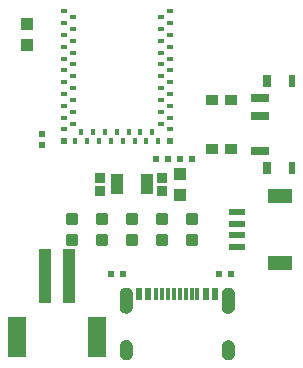
<source format=gtp>
G75*
%MOIN*%
%OFA0B0*%
%FSLAX25Y25*%
%IPPOS*%
%LPD*%
%AMOC8*
5,1,8,0,0,1.08239X$1,22.5*
%
%ADD10C,0.01181*%
%ADD11R,0.03937X0.07087*%
%ADD12R,0.03543X0.03346*%
%ADD13R,0.02362X0.01575*%
%ADD14R,0.02362X0.02362*%
%ADD15R,0.01575X0.02362*%
%ADD16R,0.03937X0.04331*%
%ADD17R,0.03937X0.03543*%
%ADD18R,0.07874X0.04724*%
%ADD19R,0.05315X0.02362*%
%ADD20R,0.03937X0.18110*%
%ADD21R,0.06299X0.13386*%
%ADD22R,0.05906X0.02756*%
%ADD23R,0.02362X0.03937*%
%ADD24R,0.03150X0.03937*%
%ADD25R,0.01181X0.03937*%
%ADD26C,0.00039*%
D10*
X0195210Y0115169D02*
X0197966Y0115169D01*
X0195210Y0115169D02*
X0195210Y0117925D01*
X0197966Y0117925D01*
X0197966Y0115169D01*
X0197966Y0116291D02*
X0195210Y0116291D01*
X0195210Y0117413D02*
X0197966Y0117413D01*
X0205210Y0115169D02*
X0207966Y0115169D01*
X0205210Y0115169D02*
X0205210Y0117925D01*
X0207966Y0117925D01*
X0207966Y0115169D01*
X0207966Y0116291D02*
X0205210Y0116291D01*
X0205210Y0117413D02*
X0207966Y0117413D01*
X0215210Y0115169D02*
X0217966Y0115169D01*
X0215210Y0115169D02*
X0215210Y0117925D01*
X0217966Y0117925D01*
X0217966Y0115169D01*
X0217966Y0116291D02*
X0215210Y0116291D01*
X0215210Y0117413D02*
X0217966Y0117413D01*
X0225210Y0117925D02*
X0227966Y0117925D01*
X0227966Y0115169D01*
X0225210Y0115169D01*
X0225210Y0117925D01*
X0225210Y0116291D02*
X0227966Y0116291D01*
X0227966Y0117413D02*
X0225210Y0117413D01*
X0225210Y0124831D02*
X0227966Y0124831D01*
X0227966Y0122075D01*
X0225210Y0122075D01*
X0225210Y0124831D01*
X0225210Y0123197D02*
X0227966Y0123197D01*
X0227966Y0124319D02*
X0225210Y0124319D01*
X0217966Y0122075D02*
X0215210Y0122075D01*
X0215210Y0124831D01*
X0217966Y0124831D01*
X0217966Y0122075D01*
X0217966Y0123197D02*
X0215210Y0123197D01*
X0215210Y0124319D02*
X0217966Y0124319D01*
X0207966Y0122075D02*
X0205210Y0122075D01*
X0205210Y0124831D01*
X0207966Y0124831D01*
X0207966Y0122075D01*
X0207966Y0123197D02*
X0205210Y0123197D01*
X0205210Y0124319D02*
X0207966Y0124319D01*
X0197966Y0122075D02*
X0195210Y0122075D01*
X0195210Y0124831D01*
X0197966Y0124831D01*
X0197966Y0122075D01*
X0197966Y0123197D02*
X0195210Y0123197D01*
X0195210Y0124319D02*
X0197966Y0124319D01*
X0235210Y0124831D02*
X0237966Y0124831D01*
X0237966Y0122075D01*
X0235210Y0122075D01*
X0235210Y0124831D01*
X0235210Y0123197D02*
X0237966Y0123197D01*
X0237966Y0124319D02*
X0235210Y0124319D01*
X0235210Y0117925D02*
X0237966Y0117925D01*
X0237966Y0115169D01*
X0235210Y0115169D01*
X0235210Y0117925D01*
X0235210Y0116291D02*
X0237966Y0116291D01*
X0237966Y0117413D02*
X0235210Y0117413D01*
D11*
X0221510Y0135000D03*
X0211667Y0135000D03*
D12*
X0206088Y0132717D03*
X0206088Y0137283D03*
X0226588Y0137283D03*
X0226588Y0132717D03*
D13*
X0229305Y0153346D03*
X0226155Y0155315D03*
X0229305Y0157283D03*
X0226155Y0159252D03*
X0229305Y0161220D03*
X0226155Y0163189D03*
X0229305Y0165157D03*
X0226155Y0167126D03*
X0229305Y0169094D03*
X0226155Y0171063D03*
X0229305Y0173031D03*
X0226155Y0175000D03*
X0229305Y0176969D03*
X0226155Y0178937D03*
X0229305Y0180906D03*
X0226155Y0182874D03*
X0229305Y0184843D03*
X0226155Y0186811D03*
X0229305Y0188780D03*
X0226155Y0190748D03*
X0229305Y0192717D03*
X0197021Y0190748D03*
X0193872Y0188780D03*
X0197021Y0186811D03*
X0193872Y0184843D03*
X0197021Y0182874D03*
X0193872Y0180906D03*
X0197021Y0178937D03*
X0193872Y0176969D03*
X0197021Y0175000D03*
X0193872Y0173031D03*
X0197021Y0171063D03*
X0193872Y0169094D03*
X0197021Y0167126D03*
X0193872Y0165157D03*
X0197021Y0163189D03*
X0193872Y0161220D03*
X0197021Y0159252D03*
X0193872Y0157283D03*
X0197021Y0155315D03*
X0193872Y0153346D03*
X0193872Y0192717D03*
D14*
X0186588Y0151969D03*
X0186588Y0148031D03*
X0193872Y0149409D03*
X0224620Y0143500D03*
X0228557Y0143500D03*
X0232620Y0143500D03*
X0236557Y0143500D03*
X0229305Y0149409D03*
X0213557Y0105000D03*
X0209620Y0105000D03*
X0245620Y0105000D03*
X0249557Y0105000D03*
D15*
X0225368Y0149409D03*
X0223399Y0152559D03*
X0221431Y0149409D03*
X0219462Y0152559D03*
X0217494Y0149409D03*
X0215525Y0152559D03*
X0213557Y0149409D03*
X0211588Y0152559D03*
X0209620Y0149409D03*
X0207651Y0152559D03*
X0205683Y0149409D03*
X0203714Y0152559D03*
X0201746Y0149409D03*
X0199777Y0152559D03*
X0197809Y0149409D03*
D16*
X0232588Y0138346D03*
X0232588Y0131654D03*
X0181588Y0181654D03*
X0181588Y0188346D03*
D17*
X0243439Y0163071D03*
X0249738Y0163071D03*
X0249738Y0146929D03*
X0243439Y0146929D03*
D18*
X0266057Y0131024D03*
X0266057Y0108976D03*
D19*
X0251588Y0114094D03*
X0251588Y0118031D03*
X0251588Y0121969D03*
X0251588Y0125906D03*
D20*
X0195525Y0104567D03*
X0187651Y0104567D03*
D21*
X0178203Y0084094D03*
X0204974Y0084094D03*
D22*
X0259199Y0146142D03*
X0259199Y0157953D03*
X0259199Y0163858D03*
D23*
X0270025Y0169370D03*
X0270025Y0140630D03*
X0244285Y0098661D03*
X0241234Y0098661D03*
X0221943Y0098661D03*
X0218892Y0098661D03*
D24*
X0261758Y0140630D03*
X0261758Y0169370D03*
D25*
X0238478Y0098661D03*
X0236510Y0098661D03*
X0234541Y0098661D03*
X0232573Y0098661D03*
X0230604Y0098661D03*
X0228636Y0098661D03*
X0226667Y0098661D03*
X0224699Y0098661D03*
D26*
X0216549Y0098676D02*
X0212612Y0098676D01*
X0212612Y0098714D02*
X0216549Y0098714D01*
X0216549Y0098740D02*
X0216549Y0094016D01*
X0216458Y0093600D01*
X0216276Y0093215D01*
X0216014Y0092880D01*
X0215684Y0092612D01*
X0215302Y0092425D01*
X0214888Y0092326D01*
X0214462Y0092323D01*
X0214066Y0092350D01*
X0213686Y0092464D01*
X0213341Y0092660D01*
X0213048Y0092928D01*
X0212822Y0093255D01*
X0212674Y0093623D01*
X0212612Y0094016D01*
X0212612Y0098740D01*
X0212658Y0099152D01*
X0212795Y0099543D01*
X0213016Y0099894D01*
X0213309Y0100187D01*
X0213660Y0100407D01*
X0214051Y0100544D01*
X0214462Y0100591D01*
X0214903Y0100567D01*
X0215328Y0100447D01*
X0215716Y0100235D01*
X0216046Y0099942D01*
X0216303Y0099583D01*
X0216473Y0099175D01*
X0216549Y0098740D01*
X0216547Y0098752D02*
X0212613Y0098752D01*
X0212618Y0098790D02*
X0216540Y0098790D01*
X0216534Y0098827D02*
X0212622Y0098827D01*
X0212626Y0098865D02*
X0216527Y0098865D01*
X0216521Y0098903D02*
X0212630Y0098903D01*
X0212635Y0098941D02*
X0216514Y0098941D01*
X0216508Y0098979D02*
X0212639Y0098979D01*
X0212643Y0099017D02*
X0216501Y0099017D01*
X0216494Y0099055D02*
X0212647Y0099055D01*
X0212652Y0099093D02*
X0216488Y0099093D01*
X0216481Y0099130D02*
X0212656Y0099130D01*
X0212664Y0099168D02*
X0216475Y0099168D01*
X0216460Y0099206D02*
X0212677Y0099206D01*
X0212691Y0099244D02*
X0216445Y0099244D01*
X0216429Y0099282D02*
X0212704Y0099282D01*
X0212717Y0099320D02*
X0216413Y0099320D01*
X0216397Y0099358D02*
X0212730Y0099358D01*
X0212744Y0099396D02*
X0216381Y0099396D01*
X0216365Y0099434D02*
X0212757Y0099434D01*
X0212770Y0099471D02*
X0216349Y0099471D01*
X0216334Y0099509D02*
X0212783Y0099509D01*
X0212798Y0099547D02*
X0216318Y0099547D01*
X0216301Y0099585D02*
X0212822Y0099585D01*
X0212845Y0099623D02*
X0216274Y0099623D01*
X0216247Y0099661D02*
X0212869Y0099661D01*
X0212893Y0099699D02*
X0216220Y0099699D01*
X0216193Y0099737D02*
X0212917Y0099737D01*
X0212941Y0099774D02*
X0216166Y0099774D01*
X0216139Y0099812D02*
X0212964Y0099812D01*
X0212988Y0099850D02*
X0216111Y0099850D01*
X0216084Y0099888D02*
X0213012Y0099888D01*
X0213048Y0099926D02*
X0216057Y0099926D01*
X0216021Y0099964D02*
X0213086Y0099964D01*
X0213124Y0100002D02*
X0215978Y0100002D01*
X0215936Y0100040D02*
X0213161Y0100040D01*
X0213199Y0100077D02*
X0215893Y0100077D01*
X0215850Y0100115D02*
X0213237Y0100115D01*
X0213275Y0100153D02*
X0215807Y0100153D01*
X0215765Y0100191D02*
X0213316Y0100191D01*
X0213376Y0100229D02*
X0215722Y0100229D01*
X0215657Y0100267D02*
X0213436Y0100267D01*
X0213496Y0100305D02*
X0215588Y0100305D01*
X0215518Y0100343D02*
X0213557Y0100343D01*
X0213617Y0100381D02*
X0215449Y0100381D01*
X0215380Y0100418D02*
X0213691Y0100418D01*
X0213800Y0100456D02*
X0215295Y0100456D01*
X0215162Y0100494D02*
X0213908Y0100494D01*
X0214016Y0100532D02*
X0215028Y0100532D01*
X0214856Y0100570D02*
X0214280Y0100570D01*
X0212612Y0098638D02*
X0216549Y0098638D01*
X0216549Y0098600D02*
X0212612Y0098600D01*
X0212612Y0098562D02*
X0216549Y0098562D01*
X0216549Y0098524D02*
X0212612Y0098524D01*
X0212612Y0098486D02*
X0216549Y0098486D01*
X0216549Y0098449D02*
X0212612Y0098449D01*
X0212612Y0098411D02*
X0216549Y0098411D01*
X0216549Y0098373D02*
X0212612Y0098373D01*
X0212612Y0098335D02*
X0216549Y0098335D01*
X0216549Y0098297D02*
X0212612Y0098297D01*
X0212612Y0098259D02*
X0216549Y0098259D01*
X0216549Y0098221D02*
X0212612Y0098221D01*
X0212612Y0098183D02*
X0216549Y0098183D01*
X0216549Y0098146D02*
X0212612Y0098146D01*
X0212612Y0098108D02*
X0216549Y0098108D01*
X0216549Y0098070D02*
X0212612Y0098070D01*
X0212612Y0098032D02*
X0216549Y0098032D01*
X0216549Y0097994D02*
X0212612Y0097994D01*
X0212612Y0097956D02*
X0216549Y0097956D01*
X0216549Y0097918D02*
X0212612Y0097918D01*
X0212612Y0097880D02*
X0216549Y0097880D01*
X0216549Y0097842D02*
X0212612Y0097842D01*
X0212612Y0097805D02*
X0216549Y0097805D01*
X0216549Y0097767D02*
X0212612Y0097767D01*
X0212612Y0097729D02*
X0216549Y0097729D01*
X0216549Y0097691D02*
X0212612Y0097691D01*
X0212612Y0097653D02*
X0216549Y0097653D01*
X0216549Y0097615D02*
X0212612Y0097615D01*
X0212612Y0097577D02*
X0216549Y0097577D01*
X0216549Y0097539D02*
X0212612Y0097539D01*
X0212612Y0097502D02*
X0216549Y0097502D01*
X0216549Y0097464D02*
X0212612Y0097464D01*
X0212612Y0097426D02*
X0216549Y0097426D01*
X0216549Y0097388D02*
X0212612Y0097388D01*
X0212612Y0097350D02*
X0216549Y0097350D01*
X0216549Y0097312D02*
X0212612Y0097312D01*
X0212612Y0097274D02*
X0216549Y0097274D01*
X0216549Y0097236D02*
X0212612Y0097236D01*
X0212612Y0097198D02*
X0216549Y0097198D01*
X0216549Y0097161D02*
X0212612Y0097161D01*
X0212612Y0097123D02*
X0216549Y0097123D01*
X0216549Y0097085D02*
X0212612Y0097085D01*
X0212612Y0097047D02*
X0216549Y0097047D01*
X0216549Y0097009D02*
X0212612Y0097009D01*
X0212612Y0096971D02*
X0216549Y0096971D01*
X0216549Y0096933D02*
X0212612Y0096933D01*
X0212612Y0096895D02*
X0216549Y0096895D01*
X0216549Y0096858D02*
X0212612Y0096858D01*
X0212612Y0096820D02*
X0216549Y0096820D01*
X0216549Y0096782D02*
X0212612Y0096782D01*
X0212612Y0096744D02*
X0216549Y0096744D01*
X0216549Y0096706D02*
X0212612Y0096706D01*
X0212612Y0096668D02*
X0216549Y0096668D01*
X0216549Y0096630D02*
X0212612Y0096630D01*
X0212612Y0096592D02*
X0216549Y0096592D01*
X0216549Y0096555D02*
X0212612Y0096555D01*
X0212612Y0096517D02*
X0216549Y0096517D01*
X0216549Y0096479D02*
X0212612Y0096479D01*
X0212612Y0096441D02*
X0216549Y0096441D01*
X0216549Y0096403D02*
X0212612Y0096403D01*
X0212612Y0096365D02*
X0216549Y0096365D01*
X0216549Y0096327D02*
X0212612Y0096327D01*
X0212612Y0096289D02*
X0216549Y0096289D01*
X0216549Y0096251D02*
X0212612Y0096251D01*
X0212612Y0096214D02*
X0216549Y0096214D01*
X0216549Y0096176D02*
X0212612Y0096176D01*
X0212612Y0096138D02*
X0216549Y0096138D01*
X0216549Y0096100D02*
X0212612Y0096100D01*
X0212612Y0096062D02*
X0216549Y0096062D01*
X0216549Y0096024D02*
X0212612Y0096024D01*
X0212612Y0095986D02*
X0216549Y0095986D01*
X0216549Y0095948D02*
X0212612Y0095948D01*
X0212612Y0095911D02*
X0216549Y0095911D01*
X0216549Y0095873D02*
X0212612Y0095873D01*
X0212612Y0095835D02*
X0216549Y0095835D01*
X0216549Y0095797D02*
X0212612Y0095797D01*
X0212612Y0095759D02*
X0216549Y0095759D01*
X0216549Y0095721D02*
X0212612Y0095721D01*
X0212612Y0095683D02*
X0216549Y0095683D01*
X0216549Y0095645D02*
X0212612Y0095645D01*
X0212612Y0095607D02*
X0216549Y0095607D01*
X0216549Y0095570D02*
X0212612Y0095570D01*
X0212612Y0095532D02*
X0216549Y0095532D01*
X0216549Y0095494D02*
X0212612Y0095494D01*
X0212612Y0095456D02*
X0216549Y0095456D01*
X0216549Y0095418D02*
X0212612Y0095418D01*
X0212612Y0095380D02*
X0216549Y0095380D01*
X0216549Y0095342D02*
X0212612Y0095342D01*
X0212612Y0095304D02*
X0216549Y0095304D01*
X0216549Y0095267D02*
X0212612Y0095267D01*
X0212612Y0095229D02*
X0216549Y0095229D01*
X0216549Y0095191D02*
X0212612Y0095191D01*
X0212612Y0095153D02*
X0216549Y0095153D01*
X0216549Y0095115D02*
X0212612Y0095115D01*
X0212612Y0095077D02*
X0216549Y0095077D01*
X0216549Y0095039D02*
X0212612Y0095039D01*
X0212612Y0095001D02*
X0216549Y0095001D01*
X0216549Y0094963D02*
X0212612Y0094963D01*
X0212612Y0094926D02*
X0216549Y0094926D01*
X0216549Y0094888D02*
X0212612Y0094888D01*
X0212612Y0094850D02*
X0216549Y0094850D01*
X0216549Y0094812D02*
X0212612Y0094812D01*
X0212612Y0094774D02*
X0216549Y0094774D01*
X0216549Y0094736D02*
X0212612Y0094736D01*
X0212612Y0094698D02*
X0216549Y0094698D01*
X0216549Y0094660D02*
X0212612Y0094660D01*
X0212612Y0094623D02*
X0216549Y0094623D01*
X0216549Y0094585D02*
X0212612Y0094585D01*
X0212612Y0094547D02*
X0216549Y0094547D01*
X0216549Y0094509D02*
X0212612Y0094509D01*
X0212612Y0094471D02*
X0216549Y0094471D01*
X0216549Y0094433D02*
X0212612Y0094433D01*
X0212612Y0094395D02*
X0216549Y0094395D01*
X0216549Y0094357D02*
X0212612Y0094357D01*
X0212612Y0094320D02*
X0216549Y0094320D01*
X0216549Y0094282D02*
X0212612Y0094282D01*
X0212612Y0094244D02*
X0216549Y0094244D01*
X0216549Y0094206D02*
X0212612Y0094206D01*
X0212612Y0094168D02*
X0216549Y0094168D01*
X0216549Y0094130D02*
X0212612Y0094130D01*
X0212612Y0094092D02*
X0216549Y0094092D01*
X0216549Y0094054D02*
X0212612Y0094054D01*
X0212612Y0094016D02*
X0216549Y0094016D01*
X0216541Y0093979D02*
X0212618Y0093979D01*
X0212624Y0093941D02*
X0216533Y0093941D01*
X0216524Y0093903D02*
X0212630Y0093903D01*
X0212636Y0093865D02*
X0216516Y0093865D01*
X0216508Y0093827D02*
X0212642Y0093827D01*
X0212648Y0093789D02*
X0216499Y0093789D01*
X0216491Y0093751D02*
X0212654Y0093751D01*
X0212660Y0093713D02*
X0216483Y0093713D01*
X0216474Y0093676D02*
X0212666Y0093676D01*
X0212672Y0093638D02*
X0216466Y0093638D01*
X0216458Y0093600D02*
X0212683Y0093600D01*
X0212699Y0093562D02*
X0216440Y0093562D01*
X0216422Y0093524D02*
X0212714Y0093524D01*
X0212729Y0093486D02*
X0216404Y0093486D01*
X0216386Y0093448D02*
X0212744Y0093448D01*
X0212759Y0093410D02*
X0216368Y0093410D01*
X0216351Y0093372D02*
X0212775Y0093372D01*
X0212790Y0093335D02*
X0216333Y0093335D01*
X0216315Y0093297D02*
X0212805Y0093297D01*
X0212820Y0093259D02*
X0216297Y0093259D01*
X0216279Y0093221D02*
X0212845Y0093221D01*
X0212871Y0093183D02*
X0216251Y0093183D01*
X0216222Y0093145D02*
X0212898Y0093145D01*
X0212924Y0093107D02*
X0216192Y0093107D01*
X0216162Y0093069D02*
X0212950Y0093069D01*
X0212976Y0093032D02*
X0216132Y0093032D01*
X0216103Y0092994D02*
X0213002Y0092994D01*
X0213029Y0092956D02*
X0216073Y0092956D01*
X0216043Y0092918D02*
X0213059Y0092918D01*
X0213100Y0092880D02*
X0216013Y0092880D01*
X0215967Y0092842D02*
X0213142Y0092842D01*
X0213183Y0092804D02*
X0215920Y0092804D01*
X0215873Y0092766D02*
X0213225Y0092766D01*
X0213266Y0092728D02*
X0215827Y0092728D01*
X0215780Y0092691D02*
X0213307Y0092691D01*
X0213354Y0092653D02*
X0215733Y0092653D01*
X0215687Y0092615D02*
X0213421Y0092615D01*
X0213487Y0092577D02*
X0215612Y0092577D01*
X0215535Y0092539D02*
X0213554Y0092539D01*
X0213621Y0092501D02*
X0215458Y0092501D01*
X0215381Y0092463D02*
X0213689Y0092463D01*
X0213815Y0092425D02*
X0215304Y0092425D01*
X0215146Y0092388D02*
X0213940Y0092388D01*
X0214067Y0092350D02*
X0214986Y0092350D01*
X0214659Y0083071D02*
X0215088Y0083014D01*
X0215492Y0082863D01*
X0215853Y0082625D01*
X0216153Y0082314D01*
X0216375Y0081943D01*
X0216509Y0081533D01*
X0216549Y0081102D01*
X0216549Y0078740D01*
X0216509Y0078310D01*
X0216375Y0077899D01*
X0216153Y0077529D01*
X0215853Y0077217D01*
X0215492Y0076980D01*
X0215088Y0076829D01*
X0214659Y0076772D01*
X0214211Y0076813D01*
X0213784Y0076953D01*
X0213399Y0077185D01*
X0213075Y0077497D01*
X0212828Y0077873D01*
X0212671Y0078294D01*
X0212612Y0078740D01*
X0212612Y0081102D01*
X0212671Y0081548D01*
X0212828Y0081970D01*
X0216359Y0081970D01*
X0216379Y0081932D02*
X0212814Y0081932D01*
X0212800Y0081894D02*
X0216391Y0081894D01*
X0216403Y0081857D02*
X0212786Y0081857D01*
X0212772Y0081819D02*
X0216416Y0081819D01*
X0216428Y0081781D02*
X0212758Y0081781D01*
X0212744Y0081743D02*
X0216441Y0081743D01*
X0216453Y0081705D02*
X0212729Y0081705D01*
X0212715Y0081667D02*
X0216465Y0081667D01*
X0216478Y0081629D02*
X0212701Y0081629D01*
X0212687Y0081591D02*
X0216490Y0081591D01*
X0216503Y0081553D02*
X0212673Y0081553D01*
X0212667Y0081516D02*
X0216511Y0081516D01*
X0216514Y0081478D02*
X0212662Y0081478D01*
X0212657Y0081440D02*
X0216518Y0081440D01*
X0216521Y0081402D02*
X0212652Y0081402D01*
X0212647Y0081364D02*
X0216525Y0081364D01*
X0216528Y0081326D02*
X0212642Y0081326D01*
X0212637Y0081288D02*
X0216532Y0081288D01*
X0216535Y0081250D02*
X0212632Y0081250D01*
X0212627Y0081213D02*
X0216539Y0081213D01*
X0216542Y0081175D02*
X0212622Y0081175D01*
X0212617Y0081137D02*
X0216546Y0081137D01*
X0216549Y0081099D02*
X0212612Y0081099D01*
X0212612Y0081061D02*
X0216549Y0081061D01*
X0216549Y0081023D02*
X0212612Y0081023D01*
X0212612Y0080985D02*
X0216549Y0080985D01*
X0216549Y0080947D02*
X0212612Y0080947D01*
X0212612Y0080909D02*
X0216549Y0080909D01*
X0216549Y0080872D02*
X0212612Y0080872D01*
X0212612Y0080834D02*
X0216549Y0080834D01*
X0216549Y0080796D02*
X0212612Y0080796D01*
X0212612Y0080758D02*
X0216549Y0080758D01*
X0216549Y0080720D02*
X0212612Y0080720D01*
X0212612Y0080682D02*
X0216549Y0080682D01*
X0216549Y0080644D02*
X0212612Y0080644D01*
X0212612Y0080606D02*
X0216549Y0080606D01*
X0216549Y0080569D02*
X0212612Y0080569D01*
X0212612Y0080531D02*
X0216549Y0080531D01*
X0216549Y0080493D02*
X0212612Y0080493D01*
X0212612Y0080455D02*
X0216549Y0080455D01*
X0216549Y0080417D02*
X0212612Y0080417D01*
X0212612Y0080379D02*
X0216549Y0080379D01*
X0216549Y0080341D02*
X0212612Y0080341D01*
X0212612Y0080303D02*
X0216549Y0080303D01*
X0216549Y0080266D02*
X0212612Y0080266D01*
X0212612Y0080228D02*
X0216549Y0080228D01*
X0216549Y0080190D02*
X0212612Y0080190D01*
X0212612Y0080152D02*
X0216549Y0080152D01*
X0216549Y0080114D02*
X0212612Y0080114D01*
X0212612Y0080076D02*
X0216549Y0080076D01*
X0216549Y0080038D02*
X0212612Y0080038D01*
X0212612Y0080000D02*
X0216549Y0080000D01*
X0216549Y0079962D02*
X0212612Y0079962D01*
X0212612Y0079925D02*
X0216549Y0079925D01*
X0216549Y0079887D02*
X0212612Y0079887D01*
X0212612Y0079849D02*
X0216549Y0079849D01*
X0216549Y0079811D02*
X0212612Y0079811D01*
X0212612Y0079773D02*
X0216549Y0079773D01*
X0216549Y0079735D02*
X0212612Y0079735D01*
X0212612Y0079697D02*
X0216549Y0079697D01*
X0216549Y0079659D02*
X0212612Y0079659D01*
X0212612Y0079622D02*
X0216549Y0079622D01*
X0216549Y0079584D02*
X0212612Y0079584D01*
X0212612Y0079546D02*
X0216549Y0079546D01*
X0216549Y0079508D02*
X0212612Y0079508D01*
X0212612Y0079470D02*
X0216549Y0079470D01*
X0216549Y0079432D02*
X0212612Y0079432D01*
X0212612Y0079394D02*
X0216549Y0079394D01*
X0216549Y0079356D02*
X0212612Y0079356D01*
X0212612Y0079318D02*
X0216549Y0079318D01*
X0216549Y0079281D02*
X0212612Y0079281D01*
X0212612Y0079243D02*
X0216549Y0079243D01*
X0216549Y0079205D02*
X0212612Y0079205D01*
X0212612Y0079167D02*
X0216549Y0079167D01*
X0216549Y0079129D02*
X0212612Y0079129D01*
X0212612Y0079091D02*
X0216549Y0079091D01*
X0216549Y0079053D02*
X0212612Y0079053D01*
X0212612Y0079015D02*
X0216549Y0079015D01*
X0216549Y0078978D02*
X0212612Y0078978D01*
X0212612Y0078940D02*
X0216549Y0078940D01*
X0216549Y0078902D02*
X0212612Y0078902D01*
X0212612Y0078864D02*
X0216549Y0078864D01*
X0216549Y0078826D02*
X0212612Y0078826D01*
X0212612Y0078788D02*
X0216549Y0078788D01*
X0216549Y0078750D02*
X0212612Y0078750D01*
X0212616Y0078712D02*
X0216546Y0078712D01*
X0216543Y0078674D02*
X0212621Y0078674D01*
X0212626Y0078637D02*
X0216540Y0078637D01*
X0216536Y0078599D02*
X0212631Y0078599D01*
X0212636Y0078561D02*
X0216533Y0078561D01*
X0216529Y0078523D02*
X0212641Y0078523D01*
X0212646Y0078485D02*
X0216526Y0078485D01*
X0216522Y0078447D02*
X0212651Y0078447D01*
X0212656Y0078409D02*
X0216519Y0078409D01*
X0216515Y0078371D02*
X0212661Y0078371D01*
X0212666Y0078334D02*
X0216512Y0078334D01*
X0216505Y0078296D02*
X0212671Y0078296D01*
X0212685Y0078258D02*
X0216492Y0078258D01*
X0216480Y0078220D02*
X0212699Y0078220D01*
X0212713Y0078182D02*
X0216468Y0078182D01*
X0216455Y0078144D02*
X0212727Y0078144D01*
X0212741Y0078106D02*
X0216443Y0078106D01*
X0216430Y0078068D02*
X0212755Y0078068D01*
X0212769Y0078031D02*
X0216418Y0078031D01*
X0216406Y0077993D02*
X0212783Y0077993D01*
X0212797Y0077955D02*
X0216393Y0077955D01*
X0216381Y0077917D02*
X0212812Y0077917D01*
X0212826Y0077879D02*
X0216363Y0077879D01*
X0216340Y0077841D02*
X0212849Y0077841D01*
X0212874Y0077803D02*
X0216317Y0077803D01*
X0216295Y0077765D02*
X0212898Y0077765D01*
X0212923Y0077727D02*
X0216272Y0077727D01*
X0216249Y0077690D02*
X0212948Y0077690D01*
X0212973Y0077652D02*
X0216227Y0077652D01*
X0216204Y0077614D02*
X0212998Y0077614D01*
X0213023Y0077576D02*
X0216181Y0077576D01*
X0216158Y0077538D02*
X0213048Y0077538D01*
X0213072Y0077500D02*
X0216125Y0077500D01*
X0216089Y0077462D02*
X0213111Y0077462D01*
X0213150Y0077424D02*
X0216053Y0077424D01*
X0216016Y0077387D02*
X0213189Y0077387D01*
X0213229Y0077349D02*
X0215980Y0077349D01*
X0215943Y0077311D02*
X0213268Y0077311D01*
X0213308Y0077273D02*
X0215907Y0077273D01*
X0215871Y0077235D02*
X0213347Y0077235D01*
X0213386Y0077197D02*
X0215823Y0077197D01*
X0215765Y0077159D02*
X0213442Y0077159D01*
X0213505Y0077121D02*
X0215708Y0077121D01*
X0215650Y0077083D02*
X0213568Y0077083D01*
X0213631Y0077046D02*
X0215593Y0077046D01*
X0215535Y0077008D02*
X0213694Y0077008D01*
X0213757Y0076970D02*
X0215466Y0076970D01*
X0215364Y0076932D02*
X0213850Y0076932D01*
X0213965Y0076894D02*
X0215263Y0076894D01*
X0215161Y0076856D02*
X0214081Y0076856D01*
X0214196Y0076818D02*
X0215009Y0076818D01*
X0214725Y0076780D02*
X0214565Y0076780D01*
X0212828Y0081970D02*
X0213075Y0082346D01*
X0213399Y0082657D01*
X0213784Y0082889D01*
X0214211Y0083029D01*
X0214659Y0083071D01*
X0214675Y0083069D02*
X0214636Y0083069D01*
X0214959Y0083031D02*
X0214228Y0083031D01*
X0214101Y0082993D02*
X0215143Y0082993D01*
X0215245Y0082955D02*
X0213985Y0082955D01*
X0213870Y0082917D02*
X0215346Y0082917D01*
X0215448Y0082879D02*
X0213768Y0082879D01*
X0213705Y0082841D02*
X0215525Y0082841D01*
X0215582Y0082804D02*
X0213642Y0082804D01*
X0213579Y0082766D02*
X0215640Y0082766D01*
X0215698Y0082728D02*
X0213516Y0082728D01*
X0213453Y0082690D02*
X0215755Y0082690D01*
X0215813Y0082652D02*
X0213393Y0082652D01*
X0213354Y0082614D02*
X0215864Y0082614D01*
X0215901Y0082576D02*
X0213314Y0082576D01*
X0213275Y0082538D02*
X0215937Y0082538D01*
X0215973Y0082501D02*
X0213236Y0082501D01*
X0213196Y0082463D02*
X0216010Y0082463D01*
X0216046Y0082425D02*
X0213157Y0082425D01*
X0213117Y0082387D02*
X0216082Y0082387D01*
X0216119Y0082349D02*
X0213078Y0082349D01*
X0213052Y0082311D02*
X0216154Y0082311D01*
X0216177Y0082273D02*
X0213027Y0082273D01*
X0213002Y0082235D02*
X0216200Y0082235D01*
X0216222Y0082197D02*
X0212977Y0082197D01*
X0212953Y0082160D02*
X0216245Y0082160D01*
X0216268Y0082122D02*
X0212928Y0082122D01*
X0212903Y0082084D02*
X0216291Y0082084D01*
X0216313Y0082046D02*
X0212878Y0082046D01*
X0212853Y0082008D02*
X0216336Y0082008D01*
X0246628Y0080906D02*
X0246628Y0078543D01*
X0246711Y0078118D01*
X0246887Y0077722D01*
X0247147Y0077375D01*
X0247477Y0077094D01*
X0247862Y0076894D01*
X0248281Y0076785D01*
X0248714Y0076772D01*
X0249138Y0076833D01*
X0249537Y0076986D01*
X0249892Y0077225D01*
X0250185Y0077537D01*
X0250401Y0077906D01*
X0250530Y0078314D01*
X0250565Y0078740D01*
X0250565Y0081102D01*
X0250506Y0081548D01*
X0250349Y0081970D01*
X0250102Y0082346D01*
X0249778Y0082657D01*
X0249393Y0082889D01*
X0248965Y0083029D01*
X0248518Y0083071D01*
X0248070Y0082989D01*
X0247651Y0082810D01*
X0247283Y0082543D01*
X0246984Y0082200D01*
X0246769Y0081799D01*
X0246648Y0081360D01*
X0246628Y0080906D01*
X0246628Y0080909D02*
X0250565Y0080909D01*
X0250565Y0080872D02*
X0246628Y0080872D01*
X0246628Y0080834D02*
X0250565Y0080834D01*
X0250565Y0080796D02*
X0246628Y0080796D01*
X0246628Y0080758D02*
X0250565Y0080758D01*
X0250565Y0080720D02*
X0246628Y0080720D01*
X0246628Y0080682D02*
X0250565Y0080682D01*
X0250565Y0080644D02*
X0246628Y0080644D01*
X0246628Y0080606D02*
X0250565Y0080606D01*
X0250565Y0080569D02*
X0246628Y0080569D01*
X0246628Y0080531D02*
X0250565Y0080531D01*
X0250565Y0080493D02*
X0246628Y0080493D01*
X0246628Y0080455D02*
X0250565Y0080455D01*
X0250565Y0080417D02*
X0246628Y0080417D01*
X0246628Y0080379D02*
X0250565Y0080379D01*
X0250565Y0080341D02*
X0246628Y0080341D01*
X0246628Y0080303D02*
X0250565Y0080303D01*
X0250565Y0080266D02*
X0246628Y0080266D01*
X0246628Y0080228D02*
X0250565Y0080228D01*
X0250565Y0080190D02*
X0246628Y0080190D01*
X0246628Y0080152D02*
X0250565Y0080152D01*
X0250565Y0080114D02*
X0246628Y0080114D01*
X0246628Y0080076D02*
X0250565Y0080076D01*
X0250565Y0080038D02*
X0246628Y0080038D01*
X0246628Y0080000D02*
X0250565Y0080000D01*
X0250565Y0079962D02*
X0246628Y0079962D01*
X0246628Y0079925D02*
X0250565Y0079925D01*
X0250565Y0079887D02*
X0246628Y0079887D01*
X0246628Y0079849D02*
X0250565Y0079849D01*
X0250565Y0079811D02*
X0246628Y0079811D01*
X0246628Y0079773D02*
X0250565Y0079773D01*
X0250565Y0079735D02*
X0246628Y0079735D01*
X0246628Y0079697D02*
X0250565Y0079697D01*
X0250565Y0079659D02*
X0246628Y0079659D01*
X0246628Y0079622D02*
X0250565Y0079622D01*
X0250565Y0079584D02*
X0246628Y0079584D01*
X0246628Y0079546D02*
X0250565Y0079546D01*
X0250565Y0079508D02*
X0246628Y0079508D01*
X0246628Y0079470D02*
X0250565Y0079470D01*
X0250565Y0079432D02*
X0246628Y0079432D01*
X0246628Y0079394D02*
X0250565Y0079394D01*
X0250565Y0079356D02*
X0246628Y0079356D01*
X0246628Y0079318D02*
X0250565Y0079318D01*
X0250565Y0079281D02*
X0246628Y0079281D01*
X0246628Y0079243D02*
X0250565Y0079243D01*
X0250565Y0079205D02*
X0246628Y0079205D01*
X0246628Y0079167D02*
X0250565Y0079167D01*
X0250565Y0079129D02*
X0246628Y0079129D01*
X0246628Y0079091D02*
X0250565Y0079091D01*
X0250565Y0079053D02*
X0246628Y0079053D01*
X0246628Y0079015D02*
X0250565Y0079015D01*
X0250565Y0078978D02*
X0246628Y0078978D01*
X0246628Y0078940D02*
X0250565Y0078940D01*
X0250565Y0078902D02*
X0246628Y0078902D01*
X0246628Y0078864D02*
X0250565Y0078864D01*
X0250565Y0078826D02*
X0246628Y0078826D01*
X0246628Y0078788D02*
X0250565Y0078788D01*
X0250565Y0078750D02*
X0246628Y0078750D01*
X0246628Y0078712D02*
X0250563Y0078712D01*
X0250559Y0078674D02*
X0246628Y0078674D01*
X0246628Y0078637D02*
X0250556Y0078637D01*
X0250553Y0078599D02*
X0246628Y0078599D01*
X0246628Y0078561D02*
X0250550Y0078561D01*
X0250547Y0078523D02*
X0246632Y0078523D01*
X0246639Y0078485D02*
X0250544Y0078485D01*
X0250541Y0078447D02*
X0246647Y0078447D01*
X0246654Y0078409D02*
X0250538Y0078409D01*
X0250535Y0078371D02*
X0246661Y0078371D01*
X0246669Y0078334D02*
X0250532Y0078334D01*
X0250524Y0078296D02*
X0246676Y0078296D01*
X0246684Y0078258D02*
X0250512Y0078258D01*
X0250500Y0078220D02*
X0246691Y0078220D01*
X0246699Y0078182D02*
X0250488Y0078182D01*
X0250477Y0078144D02*
X0246706Y0078144D01*
X0246716Y0078106D02*
X0250465Y0078106D01*
X0250453Y0078068D02*
X0246733Y0078068D01*
X0246750Y0078031D02*
X0250441Y0078031D01*
X0250429Y0077993D02*
X0246767Y0077993D01*
X0246784Y0077955D02*
X0250417Y0077955D01*
X0250405Y0077917D02*
X0246801Y0077917D01*
X0246817Y0077879D02*
X0250386Y0077879D01*
X0250363Y0077841D02*
X0246834Y0077841D01*
X0246851Y0077803D02*
X0250341Y0077803D01*
X0250319Y0077765D02*
X0246868Y0077765D01*
X0246885Y0077727D02*
X0250297Y0077727D01*
X0250275Y0077690D02*
X0246911Y0077690D01*
X0246940Y0077652D02*
X0250252Y0077652D01*
X0250230Y0077614D02*
X0246968Y0077614D01*
X0246996Y0077576D02*
X0250208Y0077576D01*
X0250186Y0077538D02*
X0247025Y0077538D01*
X0247053Y0077500D02*
X0250151Y0077500D01*
X0250115Y0077462D02*
X0247081Y0077462D01*
X0247110Y0077424D02*
X0250079Y0077424D01*
X0250044Y0077387D02*
X0247138Y0077387D01*
X0247178Y0077349D02*
X0250008Y0077349D01*
X0249973Y0077311D02*
X0247222Y0077311D01*
X0247267Y0077273D02*
X0249937Y0077273D01*
X0249901Y0077235D02*
X0247312Y0077235D01*
X0247356Y0077197D02*
X0249850Y0077197D01*
X0249794Y0077159D02*
X0247401Y0077159D01*
X0247445Y0077121D02*
X0249738Y0077121D01*
X0249681Y0077083D02*
X0247498Y0077083D01*
X0247571Y0077046D02*
X0249625Y0077046D01*
X0249569Y0077008D02*
X0247644Y0077008D01*
X0247717Y0076970D02*
X0249494Y0076970D01*
X0249396Y0076932D02*
X0247790Y0076932D01*
X0247863Y0076894D02*
X0249297Y0076894D01*
X0249199Y0076856D02*
X0248008Y0076856D01*
X0248153Y0076818D02*
X0249038Y0076818D01*
X0248775Y0076780D02*
X0248429Y0076780D01*
X0246630Y0080947D02*
X0250565Y0080947D01*
X0250565Y0080985D02*
X0246631Y0080985D01*
X0246633Y0081023D02*
X0250565Y0081023D01*
X0250565Y0081061D02*
X0246635Y0081061D01*
X0246636Y0081099D02*
X0250565Y0081099D01*
X0250560Y0081137D02*
X0246638Y0081137D01*
X0246640Y0081175D02*
X0250555Y0081175D01*
X0250550Y0081213D02*
X0246641Y0081213D01*
X0246643Y0081250D02*
X0250545Y0081250D01*
X0250540Y0081288D02*
X0246645Y0081288D01*
X0246646Y0081326D02*
X0250535Y0081326D01*
X0250530Y0081364D02*
X0246649Y0081364D01*
X0246659Y0081402D02*
X0250525Y0081402D01*
X0250520Y0081440D02*
X0246670Y0081440D01*
X0246680Y0081478D02*
X0250515Y0081478D01*
X0250510Y0081516D02*
X0246691Y0081516D01*
X0246701Y0081553D02*
X0250504Y0081553D01*
X0250490Y0081591D02*
X0246712Y0081591D01*
X0246722Y0081629D02*
X0250476Y0081629D01*
X0250461Y0081667D02*
X0246732Y0081667D01*
X0246743Y0081705D02*
X0250447Y0081705D01*
X0250433Y0081743D02*
X0246753Y0081743D01*
X0246764Y0081781D02*
X0250419Y0081781D01*
X0250405Y0081819D02*
X0246779Y0081819D01*
X0246800Y0081857D02*
X0250391Y0081857D01*
X0250377Y0081894D02*
X0246820Y0081894D01*
X0246840Y0081932D02*
X0250363Y0081932D01*
X0250349Y0081970D02*
X0246861Y0081970D01*
X0246881Y0082008D02*
X0250324Y0082008D01*
X0250299Y0082046D02*
X0246902Y0082046D01*
X0246922Y0082084D02*
X0250274Y0082084D01*
X0250249Y0082122D02*
X0246942Y0082122D01*
X0246963Y0082160D02*
X0250224Y0082160D01*
X0250199Y0082197D02*
X0246983Y0082197D01*
X0247015Y0082235D02*
X0250175Y0082235D01*
X0250150Y0082273D02*
X0247048Y0082273D01*
X0247081Y0082311D02*
X0250125Y0082311D01*
X0250099Y0082349D02*
X0247114Y0082349D01*
X0247148Y0082387D02*
X0250059Y0082387D01*
X0250020Y0082425D02*
X0247181Y0082425D01*
X0247214Y0082463D02*
X0249981Y0082463D01*
X0249941Y0082501D02*
X0247247Y0082501D01*
X0247280Y0082538D02*
X0249902Y0082538D01*
X0249862Y0082576D02*
X0247330Y0082576D01*
X0247382Y0082614D02*
X0249823Y0082614D01*
X0249784Y0082652D02*
X0247434Y0082652D01*
X0247486Y0082690D02*
X0249724Y0082690D01*
X0249661Y0082728D02*
X0247538Y0082728D01*
X0247590Y0082766D02*
X0249598Y0082766D01*
X0249535Y0082804D02*
X0247642Y0082804D01*
X0247724Y0082841D02*
X0249472Y0082841D01*
X0249409Y0082879D02*
X0247813Y0082879D01*
X0247901Y0082917D02*
X0249307Y0082917D01*
X0249191Y0082955D02*
X0247990Y0082955D01*
X0248090Y0082993D02*
X0249076Y0082993D01*
X0248948Y0083031D02*
X0248298Y0083031D01*
X0248506Y0083069D02*
X0248540Y0083069D01*
X0248518Y0092323D02*
X0248136Y0092321D01*
X0247764Y0092405D01*
X0247419Y0092569D01*
X0247120Y0092806D01*
X0246881Y0093104D01*
X0246714Y0093447D01*
X0246628Y0093819D01*
X0246628Y0098543D01*
X0246660Y0098983D01*
X0246789Y0099405D01*
X0247008Y0099788D01*
X0247307Y0100112D01*
X0247671Y0100361D01*
X0248081Y0100524D01*
X0248518Y0100591D01*
X0248954Y0100564D01*
X0249373Y0100440D01*
X0249754Y0100227D01*
X0250078Y0099934D01*
X0250329Y0099576D01*
X0250494Y0099171D01*
X0250565Y0098740D01*
X0250565Y0094016D01*
X0250478Y0093604D01*
X0250303Y0093222D01*
X0250046Y0092888D01*
X0249722Y0092620D01*
X0249346Y0092431D01*
X0248938Y0092330D01*
X0248518Y0092323D01*
X0249017Y0092350D02*
X0248010Y0092350D01*
X0247842Y0092388D02*
X0249170Y0092388D01*
X0249323Y0092425D02*
X0247721Y0092425D01*
X0247641Y0092463D02*
X0249410Y0092463D01*
X0249486Y0092501D02*
X0247562Y0092501D01*
X0247483Y0092539D02*
X0249561Y0092539D01*
X0249636Y0092577D02*
X0247410Y0092577D01*
X0247362Y0092615D02*
X0249711Y0092615D01*
X0249761Y0092653D02*
X0247314Y0092653D01*
X0247266Y0092691D02*
X0249807Y0092691D01*
X0249853Y0092728D02*
X0247218Y0092728D01*
X0247170Y0092766D02*
X0249899Y0092766D01*
X0249945Y0092804D02*
X0247122Y0092804D01*
X0247091Y0092842D02*
X0249990Y0092842D01*
X0250036Y0092880D02*
X0247061Y0092880D01*
X0247030Y0092918D02*
X0250069Y0092918D01*
X0250098Y0092956D02*
X0247000Y0092956D01*
X0246969Y0092994D02*
X0250127Y0092994D01*
X0250156Y0093032D02*
X0246939Y0093032D01*
X0246909Y0093069D02*
X0250185Y0093069D01*
X0250215Y0093107D02*
X0246879Y0093107D01*
X0246861Y0093145D02*
X0250244Y0093145D01*
X0250273Y0093183D02*
X0246842Y0093183D01*
X0246824Y0093221D02*
X0250302Y0093221D01*
X0250320Y0093259D02*
X0246806Y0093259D01*
X0246787Y0093297D02*
X0250337Y0093297D01*
X0250355Y0093335D02*
X0246769Y0093335D01*
X0246750Y0093372D02*
X0250372Y0093372D01*
X0250389Y0093410D02*
X0246732Y0093410D01*
X0246714Y0093448D02*
X0250407Y0093448D01*
X0250424Y0093486D02*
X0246705Y0093486D01*
X0246696Y0093524D02*
X0250442Y0093524D01*
X0250459Y0093562D02*
X0246687Y0093562D01*
X0246679Y0093600D02*
X0250477Y0093600D01*
X0250486Y0093638D02*
X0246670Y0093638D01*
X0246661Y0093676D02*
X0250493Y0093676D01*
X0250501Y0093713D02*
X0246652Y0093713D01*
X0246643Y0093751D02*
X0250509Y0093751D01*
X0250517Y0093789D02*
X0246635Y0093789D01*
X0246628Y0093827D02*
X0250525Y0093827D01*
X0250533Y0093865D02*
X0246628Y0093865D01*
X0246628Y0093903D02*
X0250541Y0093903D01*
X0250549Y0093941D02*
X0246628Y0093941D01*
X0246628Y0093979D02*
X0250557Y0093979D01*
X0250565Y0094016D02*
X0246628Y0094016D01*
X0246628Y0094054D02*
X0250565Y0094054D01*
X0250565Y0094092D02*
X0246628Y0094092D01*
X0246628Y0094130D02*
X0250565Y0094130D01*
X0250565Y0094168D02*
X0246628Y0094168D01*
X0246628Y0094206D02*
X0250565Y0094206D01*
X0250565Y0094244D02*
X0246628Y0094244D01*
X0246628Y0094282D02*
X0250565Y0094282D01*
X0250565Y0094320D02*
X0246628Y0094320D01*
X0246628Y0094357D02*
X0250565Y0094357D01*
X0250565Y0094395D02*
X0246628Y0094395D01*
X0246628Y0094433D02*
X0250565Y0094433D01*
X0250565Y0094471D02*
X0246628Y0094471D01*
X0246628Y0094509D02*
X0250565Y0094509D01*
X0250565Y0094547D02*
X0246628Y0094547D01*
X0246628Y0094585D02*
X0250565Y0094585D01*
X0250565Y0094623D02*
X0246628Y0094623D01*
X0246628Y0094660D02*
X0250565Y0094660D01*
X0250565Y0094698D02*
X0246628Y0094698D01*
X0246628Y0094736D02*
X0250565Y0094736D01*
X0250565Y0094774D02*
X0246628Y0094774D01*
X0246628Y0094812D02*
X0250565Y0094812D01*
X0250565Y0094850D02*
X0246628Y0094850D01*
X0246628Y0094888D02*
X0250565Y0094888D01*
X0250565Y0094926D02*
X0246628Y0094926D01*
X0246628Y0094963D02*
X0250565Y0094963D01*
X0250565Y0095001D02*
X0246628Y0095001D01*
X0246628Y0095039D02*
X0250565Y0095039D01*
X0250565Y0095077D02*
X0246628Y0095077D01*
X0246628Y0095115D02*
X0250565Y0095115D01*
X0250565Y0095153D02*
X0246628Y0095153D01*
X0246628Y0095191D02*
X0250565Y0095191D01*
X0250565Y0095229D02*
X0246628Y0095229D01*
X0246628Y0095267D02*
X0250565Y0095267D01*
X0250565Y0095304D02*
X0246628Y0095304D01*
X0246628Y0095342D02*
X0250565Y0095342D01*
X0250565Y0095380D02*
X0246628Y0095380D01*
X0246628Y0095418D02*
X0250565Y0095418D01*
X0250565Y0095456D02*
X0246628Y0095456D01*
X0246628Y0095494D02*
X0250565Y0095494D01*
X0250565Y0095532D02*
X0246628Y0095532D01*
X0246628Y0095570D02*
X0250565Y0095570D01*
X0250565Y0095607D02*
X0246628Y0095607D01*
X0246628Y0095645D02*
X0250565Y0095645D01*
X0250565Y0095683D02*
X0246628Y0095683D01*
X0246628Y0095721D02*
X0250565Y0095721D01*
X0250565Y0095759D02*
X0246628Y0095759D01*
X0246628Y0095797D02*
X0250565Y0095797D01*
X0250565Y0095835D02*
X0246628Y0095835D01*
X0246628Y0095873D02*
X0250565Y0095873D01*
X0250565Y0095911D02*
X0246628Y0095911D01*
X0246628Y0095948D02*
X0250565Y0095948D01*
X0250565Y0095986D02*
X0246628Y0095986D01*
X0246628Y0096024D02*
X0250565Y0096024D01*
X0250565Y0096062D02*
X0246628Y0096062D01*
X0246628Y0096100D02*
X0250565Y0096100D01*
X0250565Y0096138D02*
X0246628Y0096138D01*
X0246628Y0096176D02*
X0250565Y0096176D01*
X0250565Y0096214D02*
X0246628Y0096214D01*
X0246628Y0096251D02*
X0250565Y0096251D01*
X0250565Y0096289D02*
X0246628Y0096289D01*
X0246628Y0096327D02*
X0250565Y0096327D01*
X0250565Y0096365D02*
X0246628Y0096365D01*
X0246628Y0096403D02*
X0250565Y0096403D01*
X0250565Y0096441D02*
X0246628Y0096441D01*
X0246628Y0096479D02*
X0250565Y0096479D01*
X0250565Y0096517D02*
X0246628Y0096517D01*
X0246628Y0096555D02*
X0250565Y0096555D01*
X0250565Y0096592D02*
X0246628Y0096592D01*
X0246628Y0096630D02*
X0250565Y0096630D01*
X0250565Y0096668D02*
X0246628Y0096668D01*
X0246628Y0096706D02*
X0250565Y0096706D01*
X0250565Y0096744D02*
X0246628Y0096744D01*
X0246628Y0096782D02*
X0250565Y0096782D01*
X0250565Y0096820D02*
X0246628Y0096820D01*
X0246628Y0096858D02*
X0250565Y0096858D01*
X0250565Y0096895D02*
X0246628Y0096895D01*
X0246628Y0096933D02*
X0250565Y0096933D01*
X0250565Y0096971D02*
X0246628Y0096971D01*
X0246628Y0097009D02*
X0250565Y0097009D01*
X0250565Y0097047D02*
X0246628Y0097047D01*
X0246628Y0097085D02*
X0250565Y0097085D01*
X0250565Y0097123D02*
X0246628Y0097123D01*
X0246628Y0097161D02*
X0250565Y0097161D01*
X0250565Y0097198D02*
X0246628Y0097198D01*
X0246628Y0097236D02*
X0250565Y0097236D01*
X0250565Y0097274D02*
X0246628Y0097274D01*
X0246628Y0097312D02*
X0250565Y0097312D01*
X0250565Y0097350D02*
X0246628Y0097350D01*
X0246628Y0097388D02*
X0250565Y0097388D01*
X0250565Y0097426D02*
X0246628Y0097426D01*
X0246628Y0097464D02*
X0250565Y0097464D01*
X0250565Y0097502D02*
X0246628Y0097502D01*
X0246628Y0097539D02*
X0250565Y0097539D01*
X0250565Y0097577D02*
X0246628Y0097577D01*
X0246628Y0097615D02*
X0250565Y0097615D01*
X0250565Y0097653D02*
X0246628Y0097653D01*
X0246628Y0097691D02*
X0250565Y0097691D01*
X0250565Y0097729D02*
X0246628Y0097729D01*
X0246628Y0097767D02*
X0250565Y0097767D01*
X0250565Y0097805D02*
X0246628Y0097805D01*
X0246628Y0097842D02*
X0250565Y0097842D01*
X0250565Y0097880D02*
X0246628Y0097880D01*
X0246628Y0097918D02*
X0250565Y0097918D01*
X0250565Y0097956D02*
X0246628Y0097956D01*
X0246628Y0097994D02*
X0250565Y0097994D01*
X0250565Y0098032D02*
X0246628Y0098032D01*
X0246628Y0098070D02*
X0250565Y0098070D01*
X0250565Y0098108D02*
X0246628Y0098108D01*
X0246628Y0098146D02*
X0250565Y0098146D01*
X0250565Y0098183D02*
X0246628Y0098183D01*
X0246628Y0098221D02*
X0250565Y0098221D01*
X0250565Y0098259D02*
X0246628Y0098259D01*
X0246628Y0098297D02*
X0250565Y0098297D01*
X0250565Y0098335D02*
X0246628Y0098335D01*
X0246628Y0098373D02*
X0250565Y0098373D01*
X0250565Y0098411D02*
X0246628Y0098411D01*
X0246628Y0098449D02*
X0250565Y0098449D01*
X0250565Y0098486D02*
X0246628Y0098486D01*
X0246628Y0098524D02*
X0250565Y0098524D01*
X0250565Y0098562D02*
X0246629Y0098562D01*
X0246632Y0098600D02*
X0250565Y0098600D01*
X0250565Y0098638D02*
X0246635Y0098638D01*
X0246637Y0098676D02*
X0250565Y0098676D01*
X0250565Y0098714D02*
X0246640Y0098714D01*
X0246643Y0098752D02*
X0250563Y0098752D01*
X0250557Y0098790D02*
X0246646Y0098790D01*
X0246648Y0098827D02*
X0250550Y0098827D01*
X0250544Y0098865D02*
X0246651Y0098865D01*
X0246654Y0098903D02*
X0250538Y0098903D01*
X0250532Y0098941D02*
X0246657Y0098941D01*
X0246659Y0098979D02*
X0250526Y0098979D01*
X0250519Y0099017D02*
X0246670Y0099017D01*
X0246681Y0099055D02*
X0250513Y0099055D01*
X0250507Y0099093D02*
X0246693Y0099093D01*
X0246705Y0099130D02*
X0250501Y0099130D01*
X0250495Y0099168D02*
X0246716Y0099168D01*
X0246728Y0099206D02*
X0250480Y0099206D01*
X0250464Y0099244D02*
X0246739Y0099244D01*
X0246751Y0099282D02*
X0250449Y0099282D01*
X0250433Y0099320D02*
X0246762Y0099320D01*
X0246774Y0099358D02*
X0250418Y0099358D01*
X0250403Y0099396D02*
X0246786Y0099396D01*
X0246805Y0099434D02*
X0250387Y0099434D01*
X0250372Y0099471D02*
X0246827Y0099471D01*
X0246848Y0099509D02*
X0250356Y0099509D01*
X0250341Y0099547D02*
X0246870Y0099547D01*
X0246892Y0099585D02*
X0250323Y0099585D01*
X0250296Y0099623D02*
X0246913Y0099623D01*
X0246935Y0099661D02*
X0250270Y0099661D01*
X0250243Y0099699D02*
X0246957Y0099699D01*
X0246979Y0099737D02*
X0250216Y0099737D01*
X0250190Y0099774D02*
X0247000Y0099774D01*
X0247031Y0099812D02*
X0250163Y0099812D01*
X0250137Y0099850D02*
X0247066Y0099850D01*
X0247101Y0099888D02*
X0250110Y0099888D01*
X0250084Y0099926D02*
X0247136Y0099926D01*
X0247171Y0099964D02*
X0250045Y0099964D01*
X0250003Y0100002D02*
X0247206Y0100002D01*
X0247241Y0100040D02*
X0249961Y0100040D01*
X0249919Y0100077D02*
X0247276Y0100077D01*
X0247312Y0100115D02*
X0249877Y0100115D01*
X0249835Y0100153D02*
X0247368Y0100153D01*
X0247423Y0100191D02*
X0249793Y0100191D01*
X0249750Y0100229D02*
X0247478Y0100229D01*
X0247533Y0100267D02*
X0249682Y0100267D01*
X0249615Y0100305D02*
X0247589Y0100305D01*
X0247644Y0100343D02*
X0249547Y0100343D01*
X0249479Y0100381D02*
X0247720Y0100381D01*
X0247815Y0100418D02*
X0249412Y0100418D01*
X0249318Y0100456D02*
X0247911Y0100456D01*
X0248007Y0100494D02*
X0249190Y0100494D01*
X0249061Y0100532D02*
X0248136Y0100532D01*
X0248383Y0100570D02*
X0248851Y0100570D01*
M02*

</source>
